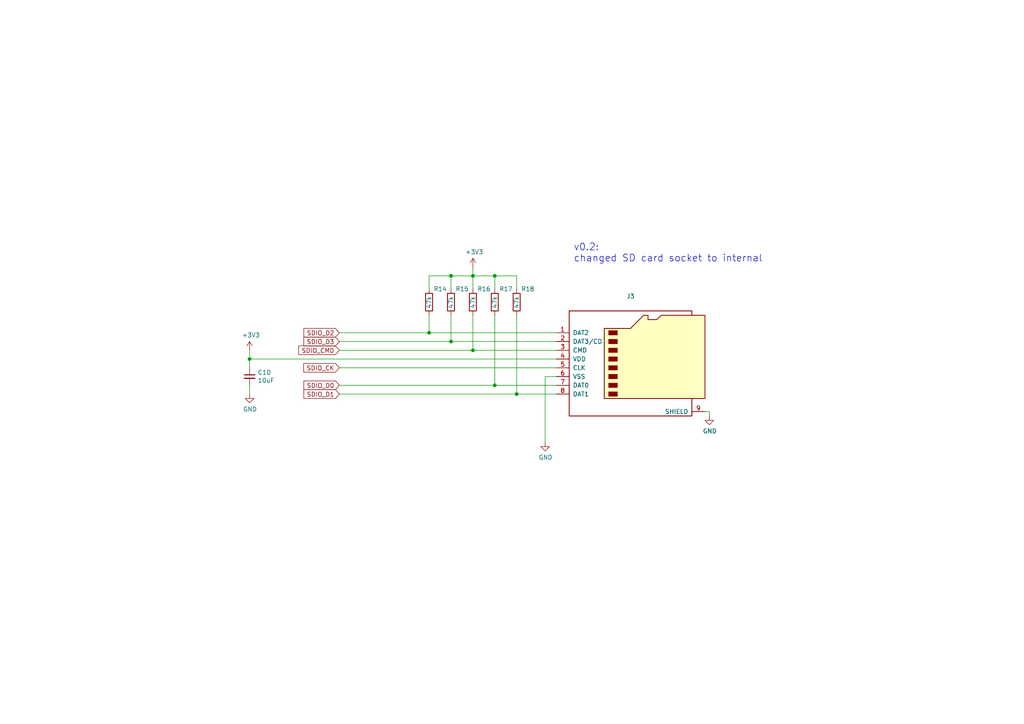
<source format=kicad_sch>
(kicad_sch (version 20211123) (generator eeschema)
  (paper "A4")
  (lib_symbols
    (symbol "Connector:Micro_SD_Card" (pin_names (offset 1.016))
      (property "Reference" "J" (at -16.51 15.24 0))
      (property "Value" "Micro_SD_Card" (at 16.51 15.24 0))
      (symbol "Micro_SD_Card_0_1"
        (rectangle (start -7.62 -9.525) (end -5.08 -10.795) (fill (type outline)))
        (rectangle (start -7.62 -6.985) (end -5.08 -8.255) (fill (type outline)))
        (rectangle (start -7.62 -4.445) (end -5.08 -5.715) (fill (type outline)))
        (rectangle (start -7.62 -1.905) (end -5.08 -3.175) (fill (type outline)))
        (rectangle (start -7.62 0.635) (end -5.08 -0.635) (fill (type outline)))
        (rectangle (start -7.62 3.175) (end -5.08 1.905) (fill (type outline)))
        (rectangle (start -7.62 5.715) (end -5.08 4.445) (fill (type outline)))
        (rectangle (start -7.62 8.255) (end -5.08 6.985) (fill (type outline)))
        (polyline (pts (xy 16.51 12.7) (xy 16.51 13.97) (xy -19.05 13.97) (xy -19.05 -16.51) (xy 16.51 -16.51) (xy 16.51 -11.43)) (stroke (width 0.254)))
        (polyline (pts (xy -8.89 -11.43) (xy -8.89 8.89) (xy -1.27 8.89) (xy 2.54 12.7) (xy 3.81 12.7) (xy 3.81 11.43) (xy 6.35 11.43) (xy 7.62 12.7) (xy 20.32 12.7) (xy 20.32 -11.43) (xy -8.89 -11.43)) (stroke (width 0.254)) (fill (type background)))
      )
      (symbol "Micro_SD_Card_1_1"
        (pin bidirectional line (at -22.86 7.62 0) (length 3.81) (name "DAT2") (number "1"))
        (pin bidirectional line (at -22.86 5.08 0) (length 3.81) (name "DAT3/CD") (number "2"))
        (pin input line (at -22.86 2.54 0) (length 3.81) (name "CMD") (number "3"))
        (pin power_in line (at -22.86 0 0) (length 3.81) (name "VDD") (number "4"))
        (pin input line (at -22.86 -2.54 0) (length 3.81) (name "CLK") (number "5"))
        (pin power_in line (at -22.86 -5.08 0) (length 3.81) (name "VSS") (number "6"))
        (pin bidirectional line (at -22.86 -7.62 0) (length 3.81) (name "DAT0") (number "7"))
        (pin bidirectional line (at -22.86 -10.16 0) (length 3.81) (name "DAT1") (number "8"))
        (pin passive line (at 20.32 -15.24 180) (length 3.81) (name "SHIELD") (number "9"))
      )
    )
    (symbol "Device:C_Small" (pin_numbers hide) (pin_names (offset 0.254) hide)
      (property "Reference" "C" (at 0.254 1.778 0))
      (property "Value" "C_Small" (at 0.254 -2.032 0))
      (symbol "C_Small_0_1"
        (polyline (pts (xy -1.524 -0.508) (xy 1.524 -0.508)) (stroke (width 0.3302)))
        (polyline (pts (xy -1.524 0.508) (xy 1.524 0.508)) (stroke (width 0.3048)))
      )
      (symbol "C_Small_1_1"
        (pin passive line (at 0 2.54 270) (length 2.032) (name "~") (number "1"))
        (pin passive line (at 0 -2.54 90) (length 2.032) (name "~") (number "2"))
      )
    )
    (symbol "Device:R" (pin_numbers hide) (pin_names (offset 0))
      (property "Reference" "R" (at 2.032 0 90))
      (property "Value" "R" (at 0 0 90))
      (symbol "R_0_1"
        (rectangle (start -1.016 -2.54) (end 1.016 2.54) (stroke (width 0.254)))
      )
      (symbol "R_1_1"
        (pin passive line (at 0 3.81 270) (length 1.27) (name "~") (number "1"))
        (pin passive line (at 0 -3.81 90) (length 1.27) (name "~") (number "2"))
      )
    )
    (symbol "power:+3.3V" (power) (pin_names (offset 0))
      (property "Value" "+3.3V" (at 0 3.556 0))
      (symbol "+3.3V_0_1"
        (polyline (pts (xy -0.762 1.27) (xy 0 2.54)))
        (polyline (pts (xy 0 0) (xy 0 2.54)))
        (polyline (pts (xy 0 2.54) (xy 0.762 1.27)))
      )
      (symbol "+3.3V_1_1"
        (pin power_in line (at 0 0 90) (length 0) hide (name "+3V3") (number "1"))
      )
    )
    (symbol "power:GND" (power) (pin_names (offset 0))
      (property "Value" "GND" (at 0 -3.81 0))
      (symbol "GND_0_1"
        (polyline (pts (xy 0 0) (xy 0 -1.27) (xy 1.27 -1.27) (xy 0 -2.54) (xy -1.27 -1.27) (xy 0 -1.27)))
      )
      (symbol "GND_1_1"
        (pin power_in line (at 0 0 270) (length 0) hide (name "GND") (number "1"))
      )
    )
  )
  (junction (at 143.51 111.76))
  (junction (at 143.51 80.01))
  (junction (at 137.16 101.6))
  (junction (at 137.16 80.01))
  (junction (at 149.86 114.3))
  (junction (at 72.39 104.14))
  (junction (at 130.81 99.06))
  (junction (at 130.81 80.01))
  (junction (at 124.46 96.52))
  (wire (pts (xy 161.29 104.14) (xy 72.39 104.14)))
  (wire (pts (xy 137.16 101.6) (xy 161.29 101.6)))
  (wire (pts (xy 130.81 83.82) (xy 130.81 80.01)))
  (wire (pts (xy 98.425 111.76) (xy 143.51 111.76)))
  (wire (pts (xy 130.81 91.44) (xy 130.81 99.06)))
  (wire (pts (xy 158.115 109.22) (xy 161.29 109.22)))
  (wire (pts (xy 205.74 119.38) (xy 204.47 119.38)))
  (wire (pts (xy 149.86 91.44) (xy 149.86 114.3)))
  (wire (pts (xy 124.46 96.52) (xy 161.29 96.52)))
  (wire (pts (xy 130.81 99.06) (xy 161.29 99.06)))
  (wire (pts (xy 137.16 80.01) (xy 143.51 80.01)))
  (wire (pts (xy 143.51 80.01) (xy 149.86 80.01)))
  (wire (pts (xy 98.425 114.3) (xy 149.86 114.3)))
  (wire (pts (xy 72.39 101.6) (xy 72.39 104.14)))
  (wire (pts (xy 98.425 96.52) (xy 124.46 96.52)))
  (wire (pts (xy 143.51 83.82) (xy 143.51 80.01)))
  (wire (pts (xy 161.29 106.68) (xy 98.425 106.68)))
  (wire (pts (xy 161.29 111.76) (xy 143.51 111.76)))
  (wire (pts (xy 124.46 83.82) (xy 124.46 80.01)))
  (wire (pts (xy 143.51 91.44) (xy 143.51 111.76)))
  (wire (pts (xy 130.81 80.01) (xy 137.16 80.01)))
  (wire (pts (xy 205.74 120.65) (xy 205.74 119.38)))
  (wire (pts (xy 158.115 109.22) (xy 158.115 128.27)))
  (wire (pts (xy 98.425 101.6) (xy 137.16 101.6)))
  (wire (pts (xy 137.16 83.82) (xy 137.16 80.01)))
  (wire (pts (xy 72.39 114.3) (xy 72.39 111.76)))
  (wire (pts (xy 72.39 104.14) (xy 72.39 106.68)))
  (wire (pts (xy 149.86 114.3) (xy 161.29 114.3)))
  (wire (pts (xy 124.46 80.01) (xy 130.81 80.01)))
  (wire (pts (xy 149.86 80.01) (xy 149.86 83.82)))
  (wire (pts (xy 124.46 91.44) (xy 124.46 96.52)))
  (wire (pts (xy 137.16 80.01) (xy 137.16 77.47)))
  (wire (pts (xy 98.425 99.06) (xy 130.81 99.06)))
  (wire (pts (xy 137.16 91.44) (xy 137.16 101.6)))
  (text "v0.2:\nchanged SD card socket to internal" (at 166.37 76.2 0) (effects (font (size 2 2)) (justify left bottom)))
  (global_label "SDIO_CK" (shape input) (at 98.425 106.68 180) (property "Intersheet References" "${INTERSHEET_REFS}" (effects hide)))
  (global_label "SDIO_D3" (shape input) (at 98.425 99.06 180) (property "Intersheet References" "${INTERSHEET_REFS}" (effects hide)))
  (global_label "SDIO_D1" (shape input) (at 98.425 114.3 180) (property "Intersheet References" "${INTERSHEET_REFS}" (effects hide)))
  (global_label "SDIO_CMD" (shape input) (at 98.425 101.6 180) (property "Intersheet References" "${INTERSHEET_REFS}" (effects hide)))
  (global_label "SDIO_D2" (shape input) (at 98.425 96.52 180) (property "Intersheet References" "${INTERSHEET_REFS}" (effects hide)))
  (global_label "SDIO_D0" (shape input) (at 98.425 111.76 180) (property "Intersheet References" "${INTERSHEET_REFS}" (effects hide)))
  (symbol (lib_id "Device:R") (at 124.46 87.63 0) (unit 1)
    (property "Reference" "R14" (at 125.73 83.82 0) (effects (justify left)))
    (property "Value" "47k" (at 124.46 89.535 90) (effects (justify left)))
    (property "LCSC" "C25819" (effects hide))
  )
  (symbol (lib_id "Device:R") (at 130.81 87.63 0) (unit 1)
    (property "Reference" "R15" (at 132.08 83.82 0) (effects (justify left)))
    (property "Value" "47k" (at 130.81 89.535 90) (effects (justify left)))
    (property "LCSC" "C25819" (effects hide))
  )
  (symbol (lib_id "Device:R") (at 137.16 87.63 0) (unit 1)
    (property "Reference" "R16" (at 138.43 83.82 0) (effects (justify left)))
    (property "Value" "47k" (at 137.16 89.535 90) (effects (justify left)))
    (property "LCSC" "C25819" (effects hide))
  )
  (symbol (lib_id "Device:R") (at 143.51 87.63 0) (unit 1)
    (property "Reference" "R17" (at 144.78 83.82 0) (effects (justify left)))
    (property "Value" "47k" (at 143.51 89.535 90) (effects (justify left)))
    (property "LCSC" "C25819" (effects hide))
  )
  (symbol (lib_id "Device:R") (at 149.86 87.63 0) (unit 1)
    (property "Reference" "R18" (at 151.13 83.82 0) (effects (justify left)))
    (property "Value" "47k" (at 149.86 89.535 90) (effects (justify left)))
    (property "LCSC" "C25819" (effects hide))
  )
  (symbol (lib_id "power:GND") (at 72.39 114.3 0) (unit 1)
    (property "Reference" "#PWR023" (effects hide))
    (property "Value" "GND" (at 72.517 118.6942 0))
  )
  (symbol (lib_id "power:GND") (at 158.115 128.27 0) (unit 1)
    (property "Reference" "#PWR025" (effects hide))
    (property "Value" "GND" (at 158.242 132.6642 0))
  )
  (symbol (lib_id "power:GND") (at 205.74 120.65 0) (unit 1)
    (property "Reference" "#PWR026" (effects hide))
    (property "Value" "GND" (at 205.867 125.0442 0))
  )
  (symbol (lib_id "Device:C_Small") (at 72.39 109.22 0) (unit 1)
    (property "Reference" "C10" (at 74.7268 108.0516 0) (effects (justify left)))
    (property "Value" "10uF" (at 74.7268 110.363 0) (effects (justify left)))
    (property "Footprint" "Capacitor_SMD:C_1206_3216Metric" (effects hide))
    (property "LCSC" "C13585" (effects hide))
  )
  (symbol (lib_id "Connector:Micro_SD_Card") (at 184.15 104.14 0) (unit 1)
    (property "Reference" "J3" (at 182.88 85.9282 0))
    (property "Datasheet" "http://katalog.we-online.de/em/datasheet/693072010801.pdf" (effects hide))
    (property "LCSC" "-" (effects hide))
  )
  (symbol (lib_id "power:+3.3V") (at 72.39 101.6 0) (unit 1)
    (property "Reference" "#PWR022" (effects hide))
    (property "Value" "+3.3V" (at 72.771 97.2058 0))
  )
  (symbol (lib_id "power:+3.3V") (at 137.16 77.47 0) (unit 1)
    (property "Reference" "#PWR024" (effects hide))
    (property "Value" "+3.3V" (at 137.541 73.0758 0))
  )
)
</source>
